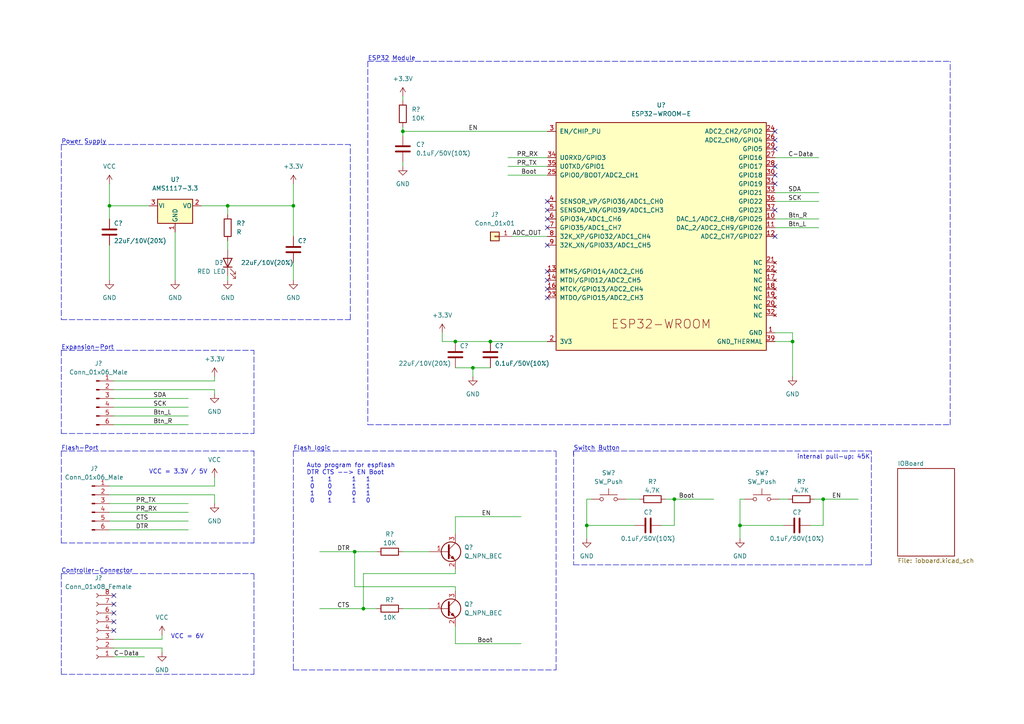
<source format=kicad_sch>
(kicad_sch (version 20211123) (generator eeschema)
  (paper "A4")
  (title_block (title "Mainboard") (date "2023-01-30") (company "Fabian Kuffer"))
  (lib_symbols
    (symbol "Connector:Conn_01x06_Male" (pin_names (offset 1.016) hide)
      (property "Reference" "J" (at 0 7.62 0))
      (property "Value" "Conn_01x06_Male" (at 0 -10.16 0))
      (symbol "Conn_01x06_Male_1_1"
        (polyline (pts (xy 1.27 -7.62) (xy 0.8636 -7.62)) (stroke (width 0.1524)))
        (polyline (pts (xy 1.27 -5.08) (xy 0.8636 -5.08)) (stroke (width 0.1524)))
        (polyline (pts (xy 1.27 -2.54) (xy 0.8636 -2.54)) (stroke (width 0.1524)))
        (polyline (pts (xy 1.27 0) (xy 0.8636 0)) (stroke (width 0.1524)))
        (polyline (pts (xy 1.27 2.54) (xy 0.8636 2.54)) (stroke (width 0.1524)))
        (polyline (pts (xy 1.27 5.08) (xy 0.8636 5.08)) (stroke (width 0.1524)))
        (rectangle (start 0.8636 -7.493) (end 0 -7.747) (stroke (width 0.1524)) (fill (type outline)))
        (rectangle (start 0.8636 -4.953) (end 0 -5.207) (stroke (width 0.1524)) (fill (type outline)))
        (rectangle (start 0.8636 -2.413) (end 0 -2.667) (stroke (width 0.1524)) (fill (type outline)))
        (rectangle (start 0.8636 0.127) (end 0 -0.127) (stroke (width 0.1524)) (fill (type outline)))
        (rectangle (start 0.8636 2.667) (end 0 2.413) (stroke (width 0.1524)) (fill (type outline)))
        (rectangle (start 0.8636 5.207) (end 0 4.953) (stroke (width 0.1524)) (fill (type outline)))
        (pin passive line (at 5.08 5.08 180) (length 3.81) (name "Pin_1") (number "1"))
        (pin passive line (at 5.08 2.54 180) (length 3.81) (name "Pin_2") (number "2"))
        (pin passive line (at 5.08 0 180) (length 3.81) (name "Pin_3") (number "3"))
        (pin passive line (at 5.08 -2.54 180) (length 3.81) (name "Pin_4") (number "4"))
        (pin passive line (at 5.08 -5.08 180) (length 3.81) (name "Pin_5") (number "5"))
        (pin passive line (at 5.08 -7.62 180) (length 3.81) (name "Pin_6") (number "6"))
      )
    )
    (symbol "Connector:Conn_01x08_Female" (pin_names (offset 1.016) hide)
      (property "Reference" "J" (at 0 10.16 0))
      (property "Value" "Conn_01x08_Female" (at 0 -12.7 0))
      (symbol "Conn_01x08_Female_1_1"
        (arc (start 0 -9.652) (mid -0.508 -10.16) (end 0 -10.668) (stroke (width 0.1524)))
        (arc (start 0 -7.112) (mid -0.508 -7.62) (end 0 -8.128) (stroke (width 0.1524)))
        (arc (start 0 -4.572) (mid -0.508 -5.08) (end 0 -5.588) (stroke (width 0.1524)))
        (arc (start 0 -2.032) (mid -0.508 -2.54) (end 0 -3.048) (stroke (width 0.1524)))
        (polyline (pts (xy -1.27 -10.16) (xy -0.508 -10.16)) (stroke (width 0.1524)))
        (polyline (pts (xy -1.27 -7.62) (xy -0.508 -7.62)) (stroke (width 0.1524)))
        (polyline (pts (xy -1.27 -5.08) (xy -0.508 -5.08)) (stroke (width 0.1524)))
        (polyline (pts (xy -1.27 -2.54) (xy -0.508 -2.54)) (stroke (width 0.1524)))
        (polyline (pts (xy -1.27 0) (xy -0.508 0)) (stroke (width 0.1524)))
        (polyline (pts (xy -1.27 2.54) (xy -0.508 2.54)) (stroke (width 0.1524)))
        (polyline (pts (xy -1.27 5.08) (xy -0.508 5.08)) (stroke (width 0.1524)))
        (polyline (pts (xy -1.27 7.62) (xy -0.508 7.62)) (stroke (width 0.1524)))
        (arc (start 0 0.508) (mid -0.508 0) (end 0 -0.508) (stroke (width 0.1524)))
        (arc (start 0 3.048) (mid -0.508 2.54) (end 0 2.032) (stroke (width 0.1524)))
        (arc (start 0 5.588) (mid -0.508 5.08) (end 0 4.572) (stroke (width 0.1524)))
        (arc (start 0 8.128) (mid -0.508 7.62) (end 0 7.112) (stroke (width 0.1524)))
        (pin passive line (at -5.08 7.62 0) (length 3.81) (name "Pin_1") (number "1"))
        (pin passive line (at -5.08 5.08 0) (length 3.81) (name "Pin_2") (number "2"))
        (pin passive line (at -5.08 2.54 0) (length 3.81) (name "Pin_3") (number "3"))
        (pin passive line (at -5.08 0 0) (length 3.81) (name "Pin_4") (number "4"))
        (pin passive line (at -5.08 -2.54 0) (length 3.81) (name "Pin_5") (number "5"))
        (pin passive line (at -5.08 -5.08 0) (length 3.81) (name "Pin_6") (number "6"))
        (pin passive line (at -5.08 -7.62 0) (length 3.81) (name "Pin_7") (number "7"))
        (pin passive line (at -5.08 -10.16 0) (length 3.81) (name "Pin_8") (number "8"))
      )
    )
    (symbol "Connector_Generic:Conn_01x01" (pin_names (offset 1.016) hide)
      (property "Reference" "J" (at 0 2.54 0))
      (property "Value" "Conn_01x01" (at 0 -2.54 0))
      (symbol "Conn_01x01_1_1"
        (rectangle (start -1.27 0.127) (end 0 -0.127) (stroke (width 0.1524)))
        (rectangle (start -1.27 1.27) (end 1.27 -1.27) (stroke (width 0.254)) (fill (type background)))
        (pin passive line (at -5.08 0 0) (length 3.81) (name "Pin_1") (number "1"))
      )
    )
    (symbol "Device:C" (pin_numbers hide) (pin_names (offset 0.254))
      (property "Reference" "C" (at 0.635 2.54 0))
      (property "Value" "C" (at 0.635 -2.54 0))
      (symbol "C_0_1"
        (polyline (pts (xy -2.032 -0.762) (xy 2.032 -0.762)) (stroke (width 0.508)))
        (polyline (pts (xy -2.032 0.762) (xy 2.032 0.762)) (stroke (width 0.508)))
      )
      (symbol "C_1_1"
        (pin passive line (at 0 3.81 270) (length 2.794) (name "~") (number "1"))
        (pin passive line (at 0 -3.81 90) (length 2.794) (name "~") (number "2"))
      )
    )
    (symbol "Device:LED" (pin_numbers hide) (pin_names (offset 1.016) hide)
      (property "Reference" "D" (at 0 2.54 0))
      (property "Value" "LED" (at 0 -2.54 0))
      (symbol "LED_0_1"
        (polyline (pts (xy -1.27 -1.27) (xy -1.27 1.27)) (stroke (width 0.254)))
        (polyline (pts (xy -1.27 0) (xy 1.27 0)))
        (polyline (pts (xy 1.27 -1.27) (xy 1.27 1.27) (xy -1.27 0) (xy 1.27 -1.27)) (stroke (width 0.254)))
        (polyline (pts (xy -3.048 -0.762) (xy -4.572 -2.286) (xy -3.81 -2.286) (xy -4.572 -2.286) (xy -4.572 -1.524)))
        (polyline (pts (xy -1.778 -0.762) (xy -3.302 -2.286) (xy -2.54 -2.286) (xy -3.302 -2.286) (xy -3.302 -1.524)))
      )
      (symbol "LED_1_1"
        (pin passive line (at -3.81 0 0) (length 2.54) (name "K") (number "1"))
        (pin passive line (at 3.81 0 180) (length 2.54) (name "A") (number "2"))
      )
    )
    (symbol "Device:Q_NPN_BEC" (pin_names (offset 0) hide)
      (property "Reference" "Q" (at 5.08 1.27 0))
      (property "Value" "Q_NPN_BEC" (at 5.08 -1.27 0))
      (symbol "Q_NPN_BEC_0_1"
        (polyline (pts (xy 0.635 0.635) (xy 2.54 2.54)))
        (polyline (pts (xy 0.635 -0.635) (xy 2.54 -2.54) (xy 2.54 -2.54)))
        (polyline (pts (xy 0.635 1.905) (xy 0.635 -1.905) (xy 0.635 -1.905)) (stroke (width 0.508)))
        (polyline (pts (xy 1.27 -1.778) (xy 1.778 -1.27) (xy 2.286 -2.286) (xy 1.27 -1.778) (xy 1.27 -1.778)) (fill (type outline)))
        (circle (center 1.27 0) (radius 2.8194) (stroke (width 0.254)))
      )
      (symbol "Q_NPN_BEC_1_1"
        (pin input line (at -5.08 0 0) (length 5.715) (name "B") (number "1"))
        (pin passive line (at 2.54 -5.08 90) (length 2.54) (name "E") (number "2"))
        (pin passive line (at 2.54 5.08 270) (length 2.54) (name "C") (number "3"))
      )
    )
    (symbol "Device:R" (pin_numbers hide) (pin_names (offset 0))
      (property "Reference" "R" (at 2.032 0 90))
      (property "Value" "R" (at 0 0 90))
      (symbol "R_0_1"
        (rectangle (start -1.016 -2.54) (end 1.016 2.54) (stroke (width 0.254)))
      )
      (symbol "R_1_1"
        (pin passive line (at 0 3.81 270) (length 1.27) (name "~") (number "1"))
        (pin passive line (at 0 -3.81 90) (length 1.27) (name "~") (number "2"))
      )
    )
    (symbol "Espressif:ESP32-WROOM-E" (pin_names (offset 1.016))
      (property "Reference" "U" (at -30.48 38.1 0))
      (property "Value" "ESP32-WROOM-E" (at -30.48 35.56 0))
      (symbol "ESP32-WROOM-E_0_1"
        (rectangle (start -30.48 33.02) (end 30.48 -33.02) (stroke (width 0.254)) (fill (type background)))
      )
      (symbol "ESP32-WROOM-E_1_1"
        (text "ESP32-­WROOM­" (at 0 -25.4 0) (effects (font (size 2.54 2.54))))
        (pin power_in line (at 33.02 -27.94 180) (length 2.54) (name "GND") (number "1"))
        (pin bidirectional line (at 33.02 5.08 180) (length 2.54) (name "DAC_1/ADC2_CH8/GPIO25") (number "10"))
        (pin bidirectional line (at 33.02 2.54 180) (length 2.54) (name "DAC_2/ADC2_CH9/GPIO26") (number "11"))
        (pin bidirectional line (at 33.02 0 180) (length 2.54) (name "ADC2_CH7/GPIO27") (number "12"))
        (pin bidirectional line (at -33.02 -10.16 0) (length 2.54) (name "MTMS/GPIO14/ADC2_CH6") (number "13"))
        (pin bidirectional line (at -33.02 -12.7 0) (length 2.54) (name "MTDI/GPIO12/ADC2_CH5") (number "14"))
        (pin passive line (at 33.02 -27.94 180) (length 2.54) hide (name "GND") (number "15"))
        (pin bidirectional line (at -33.02 -15.24 0) (length 2.54) (name "MTCK/GPIO13/ADC2_CH4") (number "16"))
        (pin no_connect line (at 33.02 -12.7 180) (length 2.54) (name "NC") (number "17"))
        (pin no_connect line (at 33.02 -15.24 180) (length 2.54) (name "NC") (number "18"))
        (pin no_connect line (at 33.02 -17.78 180) (length 2.54) (name "NC") (number "19"))
        (pin power_in line (at -33.02 -30.48 0) (length 2.54) (name "3V3") (number "2"))
        (pin no_connect line (at 33.02 -20.32 180) (length 2.54) (name "NC") (number "20"))
        (pin no_connect line (at 33.02 -7.62 180) (length 2.54) (name "NC") (number "21"))
        (pin no_connect line (at 33.02 -10.16 180) (length 2.54) (name "NC") (number "22"))
        (pin bidirectional line (at -33.02 -17.78 0) (length 2.54) (name "MTDO/GPIO15/ADC2_CH3") (number "23"))
        (pin bidirectional line (at 33.02 30.48 180) (length 2.54) (name "ADC2_CH2/GPIO2") (number "24"))
        (pin bidirectional line (at -33.02 17.78 0) (length 2.54) (name "GPIO0/BOOT/ADC2_CH1") (number "25"))
        (pin bidirectional line (at 33.02 27.94 180) (length 2.54) (name "ADC2_CH0/GPIO4") (number "26"))
        (pin bidirectional line (at 33.02 22.86 180) (length 2.54) (name "GPIO16") (number "27"))
        (pin bidirectional line (at 33.02 20.32 180) (length 2.54) (name "GPIO17") (number "28"))
        (pin bidirectional line (at 33.02 25.4 180) (length 2.54) (name "GPIO5") (number "29"))
        (pin input line (at -33.02 30.48 0) (length 2.54) (name "EN/CHIP_PU") (number "3"))
        (pin bidirectional line (at 33.02 17.78 180) (length 2.54) (name "GPIO18") (number "30"))
        (pin bidirectional line (at 33.02 15.24 180) (length 2.54) (name "GPIO19") (number "31"))
        (pin no_connect line (at 33.02 -22.86 180) (length 2.54) (name "NC") (number "32"))
        (pin bidirectional line (at 33.02 12.7 180) (length 2.54) (name "GPIO21") (number "33"))
        (pin bidirectional line (at -33.02 22.86 0) (length 2.54) (name "U0RXD/GPIO3") (number "34"))
        (pin bidirectional line (at -33.02 20.32 0) (length 2.54) (name "U0TXD/GPIO1") (number "35"))
        (pin bidirectional line (at 33.02 10.16 180) (length 2.54) (name "GPIO22") (number "36"))
        (pin bidirectional line (at 33.02 7.62 180) (length 2.54) (name "GPIO23") (number "37"))
        (pin passive line (at 33.02 -27.94 180) (length 2.54) hide (name "GND") (number "38"))
        (pin power_in line (at 33.02 -30.48 180) (length 2.54) (name "GND_THERMAL") (number "39"))
        (pin input line (at -33.02 10.16 0) (length 2.54) (name "SENSOR_VP/GPIO36/ADC1_CH0") (number "4"))
        (pin input line (at -33.02 7.62 0) (length 2.54) (name "SENSOR_VN/GPIO39/ADC1_CH3") (number "5"))
        (pin input line (at -33.02 5.08 0) (length 2.54) (name "GPIO34/ADC1_CH6") (number "6"))
        (pin input line (at -33.02 2.54 0) (length 2.54) (name "GPIO35/ADC1_CH7") (number "7"))
        (pin bidirectional line (at -33.02 0 0) (length 2.54) (name "32K_XP/GPIO32/ADC1_CH4") (number "8"))
        (pin bidirectional line (at -33.02 -2.54 0) (length 2.54) (name "32K_XN/GPIO33/ADC1_CH5") (number "9"))
      )
    )
    (symbol "Regulator_Linear:AMS1117-3.3" (pin_names (offset 0.254))
      (property "Reference" "U" (at -3.81 3.175 0))
      (property "Value" "AMS1117-3.3" (at 0 3.175 0))
      (symbol "AMS1117-3.3_0_1"
        (rectangle (start -5.08 -5.08) (end 5.08 1.905) (stroke (width 0.254)) (fill (type background)))
      )
      (symbol "AMS1117-3.3_1_1"
        (pin power_in line (at 0 -7.62 90) (length 2.54) (name "GND") (number "1"))
        (pin power_out line (at 7.62 0 180) (length 2.54) (name "VO") (number "2"))
        (pin power_in line (at -7.62 0 0) (length 2.54) (name "VI") (number "3"))
      )
    )
    (symbol "Switch:SW_Push" (pin_numbers hide) (pin_names (offset 1.016) hide)
      (property "Reference" "SW" (at 1.27 2.54 0))
      (property "Value" "SW_Push" (at 0 -1.524 0))
      (symbol "SW_Push_0_1"
        (circle (center -2.032 0) (radius 0.508))
        (polyline (pts (xy 0 1.27) (xy 0 3.048)))
        (polyline (pts (xy 2.54 1.27) (xy -2.54 1.27)))
        (circle (center 2.032 0) (radius 0.508))
        (pin passive line (at -5.08 0 0) (length 2.54) (name "1") (number "1"))
        (pin passive line (at 5.08 0 180) (length 2.54) (name "2") (number "2"))
      )
    )
    (symbol "power:+3.3V" (power) (pin_names (offset 0))
      (property "Value" "+3.3V" (at 0 3.556 0))
      (symbol "+3.3V_0_1"
        (polyline (pts (xy -0.762 1.27) (xy 0 2.54)))
        (polyline (pts (xy 0 0) (xy 0 2.54)))
        (polyline (pts (xy 0 2.54) (xy 0.762 1.27)))
      )
      (symbol "+3.3V_1_1"
        (pin power_in line (at 0 0 90) (length 0) hide (name "+3.3V") (number "1"))
      )
    )
    (symbol "power:GND" (power) (pin_names (offset 0))
      (property "Value" "GND" (at 0 -3.81 0))
      (symbol "GND_0_1"
        (polyline (pts (xy 0 0) (xy 0 -1.27) (xy 1.27 -1.27) (xy 0 -2.54) (xy -1.27 -1.27) (xy 0 -1.27)))
      )
      (symbol "GND_1_1"
        (pin power_in line (at 0 0 270) (length 0) hide (name "GND") (number "1"))
      )
    )
    (symbol "power:VCC" (power) (pin_names (offset 0))
      (property "Value" "VCC" (at 0 3.81 0))
      (symbol "VCC_0_1"
        (polyline (pts (xy -0.762 1.27) (xy 0 2.54)))
        (polyline (pts (xy 0 0) (xy 0 2.54)))
        (polyline (pts (xy 0 2.54) (xy 0.762 1.27)))
      )
      (symbol "VCC_1_1"
        (pin power_in line (at 0 0 90) (length 0) hide (name "VCC") (number "1"))
      )
    )
  )
  (junction (at 132.08 99.06))
  (junction (at 137.16 106.68))
  (junction (at 214.63 152.4))
  (junction (at 31.75 59.69))
  (junction (at 85.09 59.69))
  (junction (at 238.76 144.78))
  (junction (at 142.24 99.06))
  (junction (at 170.18 152.4))
  (junction (at 102.87 160.02))
  (junction (at 66.04 59.69))
  (junction (at 116.84 38.1))
  (junction (at 105.41 176.53))
  (junction (at 229.87 99.06))
  (junction (at 195.58 144.78))
  (no_connect (at 224.79 68.58))
  (no_connect (at 33.02 175.26))
  (no_connect (at 158.75 81.28))
  (no_connect (at 224.79 40.64))
  (no_connect (at 158.75 66.04))
  (no_connect (at 224.79 43.18))
  (no_connect (at 224.79 38.1))
  (no_connect (at 33.02 182.88))
  (no_connect (at 224.79 48.26))
  (no_connect (at 158.75 58.42))
  (no_connect (at 224.79 50.8))
  (no_connect (at 224.79 53.34))
  (no_connect (at 158.75 86.36))
  (no_connect (at 158.75 78.74))
  (no_connect (at 158.75 63.5))
  (no_connect (at 158.75 83.82))
  (no_connect (at 158.75 71.12))
  (no_connect (at 158.75 60.96))
  (no_connect (at 33.02 172.72))
  (no_connect (at 33.02 180.34))
  (no_connect (at 224.79 60.96))
  (no_connect (at 33.02 177.8))
  (polyline (pts (xy 106.68 17.78) (xy 275.59 17.78)))
  (polyline (pts (xy 17.78 41.91) (xy 101.6 41.91)))
  (polyline (pts (xy 85.09 130.81) (xy 161.29 130.81)))
  (wire (pts (xy 238.76 144.78) (xy 248.92 144.78)))
  (wire (pts (xy 116.84 176.53) (xy 124.46 176.53)))
  (wire (pts (xy 85.09 76.2) (xy 85.09 81.28)))
  (polyline (pts (xy 17.78 195.58) (xy 73.66 195.58)))
  (wire (pts (xy 33.02 118.11) (xy 54.61 118.11)))
  (wire (pts (xy 105.41 176.53) (xy 109.22 176.53)))
  (polyline (pts (xy 252.73 130.81) (xy 166.37 130.81)))
  (polyline (pts (xy 17.78 101.6) (xy 73.66 101.6)))
  (wire (pts (xy 170.18 152.4) (xy 170.18 144.78)))
  (wire (pts (xy 66.04 69.85) (xy 66.04 72.39)))
  (wire (pts (xy 116.84 38.1) (xy 158.75 38.1)))
  (wire (pts (xy 33.02 120.65) (xy 54.61 120.65)))
  (wire (pts (xy 224.79 55.88) (xy 237.49 55.88)))
  (wire (pts (xy 227.33 152.4) (xy 214.63 152.4)))
  (polyline (pts (xy 17.78 125.73) (xy 73.66 125.73)))
  (wire (pts (xy 137.16 106.68) (xy 137.16 109.22)))
  (wire (pts (xy 132.08 186.69) (xy 151.13 186.69)))
  (wire (pts (xy 229.87 96.52) (xy 229.87 99.06)))
  (wire (pts (xy 132.08 99.06) (xy 128.27 99.06)))
  (wire (pts (xy 184.15 152.4) (xy 170.18 152.4)))
  (wire (pts (xy 224.79 63.5) (xy 237.49 63.5)))
  (wire (pts (xy 224.79 66.04) (xy 237.49 66.04)))
  (wire (pts (xy 62.23 143.51) (xy 62.23 146.05)))
  (wire (pts (xy 50.8 67.31) (xy 50.8 81.28)))
  (wire (pts (xy 191.77 152.4) (xy 195.58 152.4)))
  (wire (pts (xy 116.84 36.83) (xy 116.84 38.1)))
  (wire (pts (xy 33.02 113.03) (xy 62.23 113.03)))
  (wire (pts (xy 62.23 138.43) (xy 62.23 140.97)))
  (polyline (pts (xy 17.78 101.6) (xy 17.78 125.73)))
  (wire (pts (xy 195.58 144.78) (xy 207.01 144.78)))
  (wire (pts (xy 66.04 80.01) (xy 66.04 81.28)))
  (wire (pts (xy 116.84 46.99) (xy 116.84 48.26)))
  (wire (pts (xy 46.99 184.15) (xy 46.99 185.42)))
  (wire (pts (xy 33.02 190.5) (xy 41.91 190.5)))
  (wire (pts (xy 33.02 187.96) (xy 46.99 187.96)))
  (wire (pts (xy 66.04 59.69) (xy 85.09 59.69)))
  (wire (pts (xy 105.41 166.37) (xy 105.41 176.53)))
  (wire (pts (xy 148.59 68.58) (xy 158.75 68.58)))
  (wire (pts (xy 85.09 59.69) (xy 85.09 68.58)))
  (wire (pts (xy 224.79 45.72) (xy 237.49 45.72)))
  (wire (pts (xy 147.32 45.72) (xy 158.75 45.72)))
  (wire (pts (xy 132.08 170.18) (xy 102.87 170.18)))
  (polyline (pts (xy 17.78 166.37) (xy 17.78 195.58)))
  (polyline (pts (xy 73.66 195.58) (xy 73.66 166.37)))
  (wire (pts (xy 158.75 99.06) (xy 142.24 99.06)))
  (polyline (pts (xy 85.09 130.81) (xy 85.09 194.31)))
  (wire (pts (xy 66.04 59.69) (xy 66.04 62.23)))
  (wire (pts (xy 193.04 144.78) (xy 195.58 144.78)))
  (wire (pts (xy 238.76 144.78) (xy 238.76 152.4)))
  (polyline (pts (xy 17.78 166.37) (xy 73.66 166.37)))
  (polyline (pts (xy 17.78 157.48) (xy 73.66 157.48)))
  (wire (pts (xy 229.87 99.06) (xy 229.87 109.22)))
  (wire (pts (xy 234.95 152.4) (xy 238.76 152.4)))
  (wire (pts (xy 31.75 151.13) (xy 54.61 151.13)))
  (wire (pts (xy 181.61 144.78) (xy 185.42 144.78)))
  (polyline (pts (xy 17.78 92.71) (xy 101.6 92.71)))
  (wire (pts (xy 132.08 106.68) (xy 137.16 106.68)))
  (wire (pts (xy 116.84 160.02) (xy 124.46 160.02)))
  (wire (pts (xy 170.18 152.4) (xy 170.18 156.21)))
  (wire (pts (xy 31.75 146.05) (xy 54.61 146.05)))
  (wire (pts (xy 132.08 181.61) (xy 132.08 186.69)))
  (wire (pts (xy 43.18 59.69) (xy 31.75 59.69)))
  (polyline (pts (xy 166.37 130.81) (xy 166.37 163.83)))
  (wire (pts (xy 128.27 96.52) (xy 128.27 99.06)))
  (polyline (pts (xy 252.73 163.83) (xy 252.73 130.81)))
  (wire (pts (xy 142.24 99.06) (xy 132.08 99.06)))
  (wire (pts (xy 31.75 59.69) (xy 31.75 63.5)))
  (polyline (pts (xy 17.78 41.91) (xy 17.78 92.71)))
  (wire (pts (xy 31.75 71.12) (xy 31.75 81.28)))
  (wire (pts (xy 147.32 50.8) (xy 158.75 50.8)))
  (wire (pts (xy 33.02 115.57) (xy 54.61 115.57)))
  (wire (pts (xy 224.79 58.42) (xy 237.49 58.42)))
  (wire (pts (xy 102.87 170.18) (xy 102.87 160.02)))
  (wire (pts (xy 62.23 113.03) (xy 62.23 114.3)))
  (wire (pts (xy 33.02 123.19) (xy 54.61 123.19)))
  (polyline (pts (xy 101.6 92.71) (xy 101.6 41.91)))
  (wire (pts (xy 92.71 160.02) (xy 102.87 160.02)))
  (wire (pts (xy 46.99 187.96) (xy 46.99 189.23)))
  (wire (pts (xy 31.75 140.97) (xy 62.23 140.97)))
  (wire (pts (xy 214.63 152.4) (xy 214.63 144.78)))
  (wire (pts (xy 31.75 143.51) (xy 62.23 143.51)))
  (wire (pts (xy 92.71 176.53) (xy 105.41 176.53)))
  (wire (pts (xy 170.18 144.78) (xy 171.45 144.78)))
  (wire (pts (xy 102.87 160.02) (xy 109.22 160.02)))
  (polyline (pts (xy 106.68 123.19) (xy 275.59 123.19)))
  (polyline (pts (xy 17.78 130.81) (xy 17.78 157.48)))
  (wire (pts (xy 33.02 185.42) (xy 46.99 185.42)))
  (wire (pts (xy 195.58 144.78) (xy 195.58 152.4)))
  (wire (pts (xy 147.32 48.26) (xy 158.75 48.26)))
  (wire (pts (xy 137.16 106.68) (xy 142.24 106.68)))
  (wire (pts (xy 132.08 154.94) (xy 132.08 149.86)))
  (polyline (pts (xy 73.66 125.73) (xy 73.66 101.6)))
  (wire (pts (xy 116.84 27.94) (xy 116.84 29.21)))
  (wire (pts (xy 85.09 53.34) (xy 85.09 59.69)))
  (wire (pts (xy 224.79 96.52) (xy 229.87 96.52)))
  (polyline (pts (xy 275.59 123.19) (xy 275.59 17.78)))
  (wire (pts (xy 58.42 59.69) (xy 66.04 59.69)))
  (wire (pts (xy 132.08 165.1) (xy 132.08 166.37)))
  (polyline (pts (xy 166.37 130.81) (xy 166.37 132.08)))
  (polyline (pts (xy 73.66 157.48) (xy 73.66 130.81)))
  (wire (pts (xy 31.75 53.34) (xy 31.75 59.69)))
  (wire (pts (xy 214.63 152.4) (xy 214.63 156.21)))
  (wire (pts (xy 224.79 99.06) (xy 229.87 99.06)))
  (polyline (pts (xy 85.09 194.31) (xy 161.29 194.31)))
  (wire (pts (xy 226.06 144.78) (xy 228.6 144.78)))
  (wire (pts (xy 214.63 144.78) (xy 215.9 144.78)))
  (wire (pts (xy 236.22 144.78) (xy 238.76 144.78)))
  (polyline (pts (xy 166.37 163.83) (xy 252.73 163.83)))
  (wire (pts (xy 31.75 153.67) (xy 54.61 153.67)))
  (polyline (pts (xy 17.78 130.81) (xy 73.66 130.81)))
  (wire (pts (xy 132.08 149.86) (xy 151.13 149.86)))
  (wire (pts (xy 116.84 38.1) (xy 116.84 39.37)))
  (polyline (pts (xy 106.68 17.78) (xy 106.68 123.19)))
  (wire (pts (xy 62.23 109.22) (xy 62.23 110.49)))
  (wire (pts (xy 33.02 110.49) (xy 62.23 110.49)))
  (wire (pts (xy 31.75 148.59) (xy 54.61 148.59)))
  (wire (pts (xy 132.08 171.45) (xy 132.08 170.18)))
  (wire (pts (xy 132.08 166.37) (xy 105.41 166.37)))
  (polyline (pts (xy 161.29 194.31) (xy 161.29 130.81)))
  (text "internal pull-up: 45K\n" (at 231.14 133.35 0) (effects (font (size 1.27 1.27)) (justify left bottom)))
  (text "ESP32 Module\n" (at 106.68 17.78 0) (effects (font (size 1.27 1.27)) (justify left bottom)))
  (text "Switch Button\n" (at 166.37 130.81 0) (effects (font (size 1.27 1.27)) (justify left bottom)))
  (text "Power Supply\n" (at 17.78 41.91 0) (effects (font (size 1.27 1.27)) (justify left bottom)))
  (text "Expansion-Port" (at 17.78 101.6 0) (effects (font (size 1.27 1.27)) (justify left bottom)))
  (text "VCC = 3.3V / 5V\n\n" (at 43.18 139.7 0) (effects (font (size 1.27 1.27)) (justify left bottom)))
  (text "Flash logic\n" (at 85.09 130.81 0) (effects (font (size 1.27 1.27)) (justify left bottom)))
  (text "Auto program for espflash\nDTR CTS --> EN Boot\n 1    1      1   1\n 0    0      1   1\n 1    0      0   1\n 0    1      1   0" (at 88.9 146.05 0) (effects (font (size 1.27 1.27)) (justify left bottom)))
  (text "VCC = 6V\n" (at 49.53 185.42 0) (effects (font (size 1.27 1.27)) (justify left bottom)))
  (text "Flash-Port" (at 17.78 130.81 0) (effects (font (size 1.27 1.27)) (justify left bottom)))
  (text "Controller-Connector" (at 17.78 166.37 0) (effects (font (size 1.27 1.27)) (justify left bottom)))
  (label "Btn_L" (at 228.6 66.04 0))
  (label "PR_RX" (at 39.37 148.59 0))
  (label "SDA" (at 228.6 55.88 0))
  (label "CTS" (at 97.79 176.53 0))
  (label "ADC_OUT" (at 148.59 68.58 0))
  (label "SDA" (at 44.45 115.57 0))
  (label "Boot" (at 151.13 50.8 0))
  (label "CTS" (at 39.37 151.13 0))
  (label "EN" (at 139.7 149.86 0))
  (label "C-Data" (at 228.6 45.72 0))
  (label "PR_TX" (at 39.37 146.05 0))
  (label "SCK" (at 228.6 58.42 0))
  (label "C-Data" (at 33.02 190.5 0))
  (label "PR_RX" (at 149.86 45.72 0))
  (label "Btn_R" (at 44.45 123.19 0))
  (label "Btn_L" (at 44.45 120.65 0))
  (label "EN" (at 135.89 38.1 0))
  (label "DTR" (at 39.37 153.67 0))
  (label "Btn_R" (at 228.6 63.5 0))
  (label "Boot" (at 138.43 186.69 0))
  (label "Boot" (at 196.85 144.78 0))
  (label "EN" (at 241.3 144.78 0))
  (label "SCK" (at 44.45 118.11 0))
  (label "DTR" (at 97.79 160.02 0))
  (label "PR_TX" (at 149.86 48.26 0))
  (symbol (lib_id "power:GND") (at 229.87 109.22 0) (unit 1)
    (property "Reference" "#PWR?" (effects hide))
    (property "Value" "GND" (at 229.87 114.3 0))
  )
  (symbol (lib_id "Connector:Conn_01x06_Male") (at 26.67 146.05 0) (unit 1)
    (property "Reference" "J?" (at 27.305 135.89 0))
    (property "Value" "Conn_01x06_Male" (at 27.305 138.43 0))
  )
  (symbol (lib_id "power:GND") (at 50.8 81.28 0) (unit 1)
    (property "Reference" "#PWR?" (effects hide))
    (property "Value" "GND" (at 50.8 86.36 0))
  )
  (symbol (lib_id "power:VCC") (at 62.23 138.43 0) (unit 1)
    (property "Reference" "#PWR?" (effects hide))
    (property "Value" "VCC" (at 62.23 133.35 0))
  )
  (symbol (lib_id "Device:R") (at 189.23 144.78 90) (unit 1)
    (property "Reference" "R?" (at 189.23 139.7 90))
    (property "Value" "4.7K" (at 189.23 142.24 90))
  )
  (symbol (lib_id "Device:C") (at 116.84 43.18 0) (unit 1)
    (property "Reference" "C?" (at 120.65 41.9099 0) (effects (justify left)))
    (property "Value" "0.1uF/50V(10%)" (at 120.65 44.4499 0) (effects (justify left)))
  )
  (symbol (lib_id "power:GND") (at 62.23 114.3 0) (unit 1)
    (property "Reference" "#PWR?" (effects hide))
    (property "Value" "GND" (at 62.23 119.38 0))
  )
  (symbol (lib_id "Device:R") (at 113.03 160.02 90) (unit 1)
    (property "Reference" "R?" (at 113.03 154.94 90))
    (property "Value" "10K" (at 113.03 157.48 90))
  )
  (symbol (lib_id "Device:R") (at 113.03 176.53 90) (unit 1)
    (property "Reference" "R?" (at 113.03 173.99 90))
    (property "Value" "10K" (at 113.03 179.07 90))
  )
  (symbol (lib_id "Espressif:ESP32-WROOM-E") (at 191.77 68.58 0) (unit 1)
    (property "Reference" "U?" (at 191.77 30.48 0))
    (property "Value" "ESP32-WROOM-E" (at 191.77 33.02 0))
    (property "Footprint" "Espressif:ESP32-WROOM-32E" (effects hide))
    (property "Datasheet" "https://www.espressif.com/sites/default/files/documentation/esp32-wroom-32e_esp32-wroom-32ue_datasheet_en.pdf" (effects hide))
  )
  (symbol (lib_id "Device:LED") (at 66.04 76.2 90) (unit 1)
    (property "Reference" "D?" (at 62.23 76.2 90) (effects (justify right)))
    (property "Value" "RED LED" (at 57.15 78.74 90) (effects (justify right)))
  )
  (symbol (lib_id "Connector:Conn_01x08_Female") (at 27.94 182.88 180) (unit 1)
    (property "Reference" "J?" (at 28.575 167.64 0))
    (property "Value" "Conn_01x08_Female" (at 28.575 170.18 0))
  )
  (symbol (lib_id "Device:C") (at 187.96 152.4 90) (unit 1)
    (property "Reference" "C?" (at 187.96 148.59 90))
    (property "Value" "0.1uF/50V(10%)" (at 187.96 156.21 90))
  )
  (symbol (lib_id "power:GND") (at 137.16 109.22 0) (unit 1)
    (property "Reference" "#PWR?" (effects hide))
    (property "Value" "GND" (at 137.16 114.3 0))
  )
  (symbol (lib_id "power:GND") (at 214.63 156.21 0) (unit 1)
    (property "Reference" "#PWR?" (effects hide))
    (property "Value" "GND" (at 214.63 161.29 0))
  )
  (symbol (lib_id "Device:C") (at 85.09 72.39 0) (unit 1)
    (property "Reference" "C?" (at 86.36 69.85 0) (effects (justify left)))
    (property "Value" "22uF/10V(20%)" (at 69.85 76.2 0) (effects (justify left)))
  )
  (symbol (lib_id "Device:C") (at 31.75 67.31 0) (unit 1)
    (property "Reference" "C?" (at 33.02 64.77 0) (effects (justify left)))
    (property "Value" "22uF/10V(20%)" (at 33.02 69.85 0) (effects (justify left)))
  )
  (symbol (lib_id "power:+3.3V") (at 128.27 96.52 0) (unit 1)
    (property "Reference" "#PWR?" (effects hide))
    (property "Value" "+3.3V" (at 128.27 91.44 0))
  )
  (symbol (lib_id "power:VCC") (at 46.99 184.15 0) (unit 1)
    (property "Reference" "#PWR?" (effects hide))
    (property "Value" "VCC" (at 46.99 179.07 0))
  )
  (symbol (lib_id "Device:Q_NPN_BEC") (at 129.54 160.02 0) (unit 1)
    (property "Reference" "Q?" (at 134.62 158.7499 0) (effects (justify left)))
    (property "Value" "Q_NPN_BEC" (at 134.62 161.2899 0) (effects (justify left)))
  )
  (symbol (lib_id "power:GND") (at 116.84 48.26 0) (unit 1)
    (property "Reference" "#PWR?" (effects hide))
    (property "Value" "GND" (at 116.84 53.34 0))
  )
  (symbol (lib_id "power:VCC") (at 31.75 53.34 0) (unit 1)
    (property "Reference" "#PWR?" (effects hide))
    (property "Value" "VCC" (at 31.75 48.26 0))
  )
  (symbol (lib_id "Regulator_Linear:AMS1117-3.3") (at 50.8 59.69 0) (unit 1)
    (property "Reference" "U?" (at 50.8 52.07 0))
    (property "Value" "AMS1117-3.3" (at 50.8 54.61 0))
    (property "Footprint" "Package_TO_SOT_SMD:SOT-223-3_TabPin2" (effects hide))
    (property "Datasheet" "http://www.advanced-monolithic.com/pdf/ds1117.pdf" (effects hide))
  )
  (symbol (lib_id "power:GND") (at 62.23 146.05 0) (unit 1)
    (property "Reference" "#PWR?" (effects hide))
    (property "Value" "GND" (at 62.23 151.13 0))
  )
  (symbol (lib_id "power:GND") (at 31.75 81.28 0) (unit 1)
    (property "Reference" "#PWR?" (effects hide))
    (property "Value" "GND" (at 31.75 86.36 0))
  )
  (symbol (lib_id "power:+3.3V") (at 85.09 53.34 0) (unit 1)
    (property "Reference" "#PWR?" (effects hide))
    (property "Value" "+3.3V" (at 85.09 48.26 0))
  )
  (symbol (lib_id "Device:R") (at 66.04 66.04 0) (unit 1)
    (property "Reference" "R?" (at 68.58 64.7699 0) (effects (justify left)))
    (property "Value" "R" (at 68.58 67.3099 0) (effects (justify left)))
  )
  (symbol (lib_id "Switch:SW_Push") (at 220.98 144.78 0) (unit 1)
    (property "Reference" "SW?" (at 220.98 137.16 0))
    (property "Value" "SW_Push" (at 220.98 139.7 0))
  )
  (symbol (lib_id "power:GND") (at 85.09 81.28 0) (unit 1)
    (property "Reference" "#PWR?" (effects hide))
    (property "Value" "GND" (at 85.09 86.36 0))
  )
  (symbol (lib_id "power:+3.3V") (at 116.84 27.94 0) (unit 1)
    (property "Reference" "#PWR?" (effects hide))
    (property "Value" "+3.3V" (at 116.84 22.86 0))
  )
  (symbol (lib_id "Device:C") (at 231.14 152.4 90) (unit 1)
    (property "Reference" "C?" (at 231.14 148.59 90))
    (property "Value" "0.1uF/50V(10%)" (at 231.14 156.21 90))
  )
  (symbol (lib_id "power:GND") (at 66.04 81.28 0) (unit 1)
    (property "Reference" "#PWR?" (effects hide))
    (property "Value" "GND" (at 66.04 86.36 0))
  )
  (symbol (lib_id "Connector_Generic:Conn_01x01") (at 143.51 68.58 180) (unit 1)
    (property "Reference" "J?" (at 143.51 62.23 0))
    (property "Value" "Conn_01x01" (at 143.51 64.77 0))
  )
  (symbol (lib_id "Device:C") (at 132.08 102.87 0) (unit 1)
    (property "Reference" "C?" (at 133.35 100.33 0) (effects (justify left)))
    (property "Value" "22uF/10V(20%)" (at 115.57 105.41 0) (effects (justify left)))
  )
  (symbol (lib_id "power:GND") (at 46.99 189.23 0) (unit 1)
    (property "Reference" "#PWR?" (effects hide))
    (property "Value" "GND" (at 46.99 194.31 0))
  )
  (symbol (lib_id "power:+3.3V") (at 62.23 109.22 0) (unit 1)
    (property "Reference" "#PWR?" (effects hide))
    (property "Value" "+3.3V" (at 62.23 104.14 0))
  )
  (symbol (lib_id "Connector:Conn_01x06_Male") (at 27.94 115.57 0) (unit 1)
    (property "Reference" "J?" (at 28.575 105.41 0))
    (property "Value" "Conn_01x06_Male" (at 28.575 107.95 0))
  )
  (symbol (lib_id "Device:R") (at 232.41 144.78 90) (unit 1)
    (property "Reference" "R?" (at 232.41 139.7 90))
    (property "Value" "4.7K" (at 232.41 142.24 90))
  )
  (symbol (lib_id "Switch:SW_Push") (at 176.53 144.78 0) (unit 1)
    (property "Reference" "SW?" (at 176.53 137.16 0))
    (property "Value" "SW_Push" (at 176.53 139.7 0))
  )
  (symbol (lib_id "Device:C") (at 142.24 102.87 0) (unit 1)
    (property "Reference" "C?" (at 143.51 100.33 0) (effects (justify left)))
    (property "Value" "0.1uF/50V(10%)" (at 143.51 105.41 0) (effects (justify left)))
  )
  (symbol (lib_id "Device:R") (at 116.84 33.02 0) (unit 1)
    (property "Reference" "R?" (at 119.38 31.7499 0) (effects (justify left)))
    (property "Value" "10K" (at 119.38 34.2899 0) (effects (justify left)))
  )
  (symbol (lib_id "power:GND") (at 170.18 156.21 0) (unit 1)
    (property "Reference" "#PWR?" (effects hide))
    (property "Value" "GND" (at 170.18 161.29 0))
  )
  (symbol (lib_id "Device:Q_NPN_BEC") (at 129.54 176.53 0) (unit 1)
    (property "Reference" "Q?" (at 134.62 175.2599 0) (effects (justify left)))
    (property "Value" "Q_NPN_BEC" (at 134.62 177.7999 0) (effects (justify left)))
  )
  (sheet (at 260.35 135.89) (size 16.51 25.4) (stroke (width 0.1524))
    (property "Sheet name" "IOBoard" (at 260.35 135.1784 0) (effects (justify left bottom)))
    (property "Sheet file" "ioboard.kicad_sch" (at 260.35 161.8746 0) (effects (justify left top)))
  )
)
</source>
